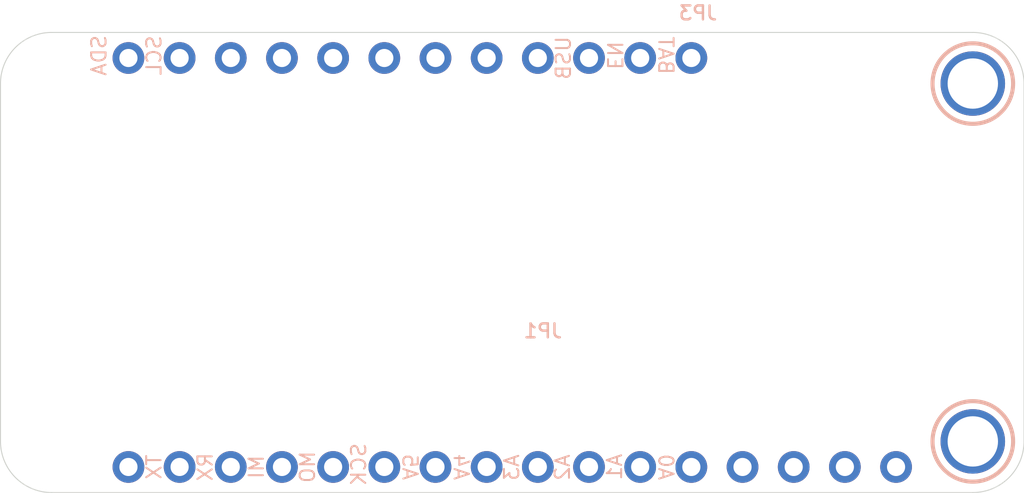
<source format=kicad_pcb>
(kicad_pcb (version 20240108) (generator "pcbnew") (generator_version "8.0")
  (layers (0 "F.Cu" signal) (31 "B.Cu" signal) (34 "B.Paste" user) (35 "F.Paste" user) (36 "B.SilkS" user "B.Silkscreen") (37 "F.SilkS" user "F.Silkscreen") (38 "B.Mask" user) (39 "F.Mask" user) (44 "Edge.Cuts" user))
  (net 0 "")
  (net 1 "GND")
  (net 2 "VBUS")
  (net 3 "VBAT")
  (net 4 "3.3V")
  (net 5 "RESET")
  (net 6 "EN")
  (net 7 "MOSI")
  (net 8 "SDA")
  (net 9 "SCL")
  (net 10 "MISO")
  (net 11 "SCK")
  (net 12 "A0")
  (net 13 "A1")
  (net 14 "TXD0")
  (net 15 "D6")
  (net 16 "D9")
  (net 17 "D10")
  (net 18 "D11")
  (net 19 "D12")
  (net 20 "D13")
  (net 21 "D5")
  (net 22 "RX")
  (net 23 "TX")
  (net 24 "A2")
  (net 25 "A3")
  (net 26 "A4")
  (net 27 "A5")
  (footprint "" (layer "F.Cu") (at 125.6411 95.4786)
    (property "Reference" "@HOLE1" (hide yes))
    (property "Value" "")
    (pad "" np_thru_hole circle (at 0 0) (size 2.2 2.2) (drill 2.2) (layers "*.Cu" "*.Mask"))
  )
  (footprint "" (layer "F.Cu") (at 125.6411 114.5921)
    (property "Reference" "@HOLE0" (hide yes))
    (property "Value" "")
    (pad "" np_thru_hole circle (at 0 0) (size 2.2 2.2) (drill 2.2) (layers "*.Cu" "*.Mask"))
  )
  (footprint "1X16_ROUND_MIN" (layer "B.Cu") (at 148.5011 115.1636)
    (property "Reference" "JP1" (at 0.4989 -7.1636 0) (layer "B.SilkS") (effects (font (size 0.692831 0.692831) (thickness 0.119969)) (justify right top mirror)))
    (property "Value" "" (hide yes))
    (pad "1" thru_hole circle (at -19.05 0 270) (size 1.5748 1.5748) (drill 0.9) (layers "*.Cu" "*.Mask") (net 14 "TXD0"))
    (pad "2" thru_hole circle (at -16.51 0 270) (size 1.5748 1.5748) (drill 0.9) (layers "*.Cu" "*.Mask") (net 23 "TX"))
    (pad "3" thru_hole circle (at -13.97 0 270) (size 1.5748 1.5748) (drill 0.9) (layers "*.Cu" "*.Mask") (net 22 "RX"))
    (pad "4" thru_hole circle (at -11.43 0 270) (size 1.5748 1.5748) (drill 0.9) (layers "*.Cu" "*.Mask") (net 10 "MISO"))
    (pad "5" thru_hole circle (at -8.89 0 270) (size 1.5748 1.5748) (drill 0.9) (layers "*.Cu" "*.Mask") (net 7 "MOSI"))
    (pad "6" thru_hole circle (at -6.35 0 270) (size 1.5748 1.5748) (drill 0.9) (layers "*.Cu" "*.Mask") (net 11 "SCK"))
    (pad "7" thru_hole circle (at -3.81 0 270) (size 1.5748 1.5748) (drill 0.9) (layers "*.Cu" "*.Mask") (net 27 "A5"))
    (pad "8" thru_hole circle (at -1.27 0 270) (size 1.5748 1.5748) (drill 0.9) (layers "*.Cu" "*.Mask") (net 26 "A4"))
    (pad "9" thru_hole circle (at 1.27 0 270) (size 1.5748 1.5748) (drill 0.9) (layers "*.Cu" "*.Mask") (net 25 "A3"))
    (pad "10" thru_hole circle (at 3.81 0 270) (size 1.5748 1.5748) (drill 0.9) (layers "*.Cu" "*.Mask") (net 24 "A2"))
    (pad "11" thru_hole circle (at 6.35 0 270) (size 1.5748 1.5748) (drill 0.9) (layers "*.Cu" "*.Mask") (net 13 "A1"))
    (pad "12" thru_hole circle (at 8.89 0 270) (size 1.5748 1.5748) (drill 0.9) (layers "*.Cu" "*.Mask") (net 12 "A0"))
    (pad "13" thru_hole circle (at 11.43 0 270) (size 1.5748 1.5748) (drill 0.9) (layers "*.Cu" "*.Mask") (net 1 "GND"))
    (pad "14" thru_hole circle (at 13.97 0 270) (size 1.5748 1.5748) (drill 0.9) (layers "*.Cu" "*.Mask") (net 4 "3.3V"))
    (pad "15" thru_hole circle (at 16.51 0 270) (size 1.5748 1.5748) (drill 0.9) (layers "*.Cu" "*.Mask") (net 4 "3.3V"))
    (pad "16" thru_hole circle (at 19.05 0 270) (size 1.5748 1.5748) (drill 0.9) (layers "*.Cu" "*.Mask") (net 5 "RESET"))
  )
  (footprint "MOUNTINGHOLE_2.5_PLATED" (layer "B.Cu") (at 171.3611 96.1136 -90)
    (property "Reference" "U$31" (hide yes))
    (property "Value" "MOUNTINGHOLE2.5" (hide yes))
    (fp_circle (center 0 0) (end 2 0) (stroke (width 0.2032)) (fill none) (layer "B.SilkS"))
    (pad "P$1" thru_hole circle (at 0 0 270) (size 3.2 3.2) (drill 2.5) (layers "*.Cu" "*.Mask"))
  )
  (footprint "1X12_ROUND_MIN" (layer "B.Cu") (at 143.4211 94.8436 180)
    (property "Reference" "JP3" (at -15.3162 1.8288 -0) (layer "B.SilkS") (effects (font (size 0.692831 0.692831) (thickness 0.119969)) (justify left bottom mirror)))
    (property "Value" "" (hide yes))
    (pad "1" thru_hole circle (at -13.97 0 90) (size 1.5748 1.5748) (drill 0.9) (layers "*.Cu" "*.Mask") (net 3 "VBAT"))
    (pad "2" thru_hole circle (at -11.43 0 90) (size 1.5748 1.5748) (drill 0.9) (layers "*.Cu" "*.Mask") (net 6 "EN"))
    (pad "3" thru_hole circle (at -8.89 0 90) (size 1.5748 1.5748) (drill 0.9) (layers "*.Cu" "*.Mask") (net 2 "VBUS"))
    (pad "4" thru_hole circle (at -6.35 0 90) (size 1.5748 1.5748) (drill 0.9) (layers "*.Cu" "*.Mask") (net 20 "D13"))
    (pad "5" thru_hole circle (at -3.81 0 90) (size 1.5748 1.5748) (drill 0.9) (layers "*.Cu" "*.Mask") (net 19 "D12"))
    (pad "6" thru_hole circle (at -1.27 0 90) (size 1.5748 1.5748) (drill 0.9) (layers "*.Cu" "*.Mask") (net 18 "D11"))
    (pad "7" thru_hole circle (at 1.27 0 90) (size 1.5748 1.5748) (drill 0.9) (layers "*.Cu" "*.Mask") (net 17 "D10"))
    (pad "8" thru_hole circle (at 3.81 0 90) (size 1.5748 1.5748) (drill 0.9) (layers "*.Cu" "*.Mask") (net 16 "D9"))
    (pad "9" thru_hole circle (at 6.35 0 90) (size 1.5748 1.5748) (drill 0.9) (layers "*.Cu" "*.Mask") (net 15 "D6"))
    (pad "10" thru_hole circle (at 8.89 0 90) (size 1.5748 1.5748) (drill 0.9) (layers "*.Cu" "*.Mask") (net 21 "D5"))
    (pad "11" thru_hole circle (at 11.43 0 90) (size 1.5748 1.5748) (drill 0.9) (layers "*.Cu" "*.Mask") (net 9 "SCL"))
    (pad "12" thru_hole circle (at 13.97 0 90) (size 1.5748 1.5748) (drill 0.9) (layers "*.Cu" "*.Mask") (net 8 "SDA"))
  )
  (footprint "MOUNTINGHOLE_2.5_PLATED" (layer "B.Cu") (at 171.3611 113.8936 -90)
    (property "Reference" "U$32" (hide yes))
    (property "Value" "MOUNTINGHOLE2.5" (hide yes))
    (fp_circle (center 0 0) (end 2 0) (stroke (width 0.2032)) (fill none) (layer "B.SilkS"))
    (pad "P$1" thru_hole circle (at 0 0 270) (size 3.2 3.2) (drill 2.5) (layers "*.Cu" "*.Mask"))
  )
  (gr_arc (start 123.1011 96.1136) (mid 123.845049 94.317549) (end 125.6411 93.5736) (stroke (width 0.05)) (layer "Edge.Cuts"))
  (gr_line (start 125.6411 93.5736) (end 171.3611 93.5736) (stroke (width 0.05)) (layer "Edge.Cuts"))
  (gr_arc (start 171.3611 93.5736) (mid 173.157151 94.317549) (end 173.9011 96.1136) (stroke (width 0.05)) (layer "Edge.Cuts"))
  (gr_line (start 123.1011 113.8936) (end 123.1011 96.1136) (stroke (width 0.05)) (layer "Edge.Cuts"))
  (gr_line (start 173.9011 96.1136) (end 173.9011 113.8936) (stroke (width 0.05)) (layer "Edge.Cuts"))
  (gr_arc (start 173.9011 113.8936) (mid 173.157151 115.689651) (end 171.3611 116.4336) (stroke (width 0.05)) (layer "Edge.Cuts"))
  (gr_line (start 171.3611 116.4336) (end 125.6411 116.4336) (stroke (width 0.05)) (layer "Edge.Cuts"))
  (gr_arc (start 125.6411 116.4336) (mid 123.845049 115.689651) (end 123.1011 113.8936) (stroke (width 0.05)) (layer "Edge.Cuts"))
  (gr_text "SCK" (at 140.8811 115.0366 90) (layer "B.SilkS") (effects (font (size 0.715264 0.715264) (thickness 0.097536)) (justify mirror)))
  (gr_text "TX" (at 130.7211 115.1636 90) (layer "B.SilkS") (effects (font (size 0.715264 0.715264) (thickness 0.097536)) (justify mirror)))
  (gr_text "A5" (at 143.4211 115.1636 270) (layer "B.SilkS") (effects (font (size 0.715264 0.715264) (thickness 0.097536)) (justify mirror)))
  (gr_text "A2" (at 150.9903 115.189 90) (layer "B.SilkS") (effects (font (size 0.715264 0.715264) (thickness 0.097536)) (justify mirror)))
  (gr_text "MO" (at 138.3411 115.1636 90) (layer "B.SilkS") (effects (font (size 0.715264 0.715264) (thickness 0.097536)) (justify mirror)))
  (gr_text "USB" (at 151.0411 94.8436 90) (layer "B.SilkS") (effects (font (size 0.715264 0.715264) (thickness 0.097536)) (justify mirror)))
  (gr_text "A0" (at 156.1211 115.1636 270) (layer "B.SilkS") (effects (font (size 0.715264 0.715264) (thickness 0.097536)) (justify mirror)))
  (gr_text "A4" (at 145.9611 115.1636 270) (layer "B.SilkS") (effects (font (size 0.715264 0.715264) (thickness 0.097536)) (justify mirror)))
  (gr_text "BAT" (at 156.1211 94.7166 270) (layer "B.SilkS") (effects (font (size 0.715264 0.715264) (thickness 0.097536)) (justify mirror)))
  (gr_text "SDA" (at 127.9906 94.7166 90) (layer "B.SilkS") (effects (font (size 0.715264 0.715264) (thickness 0.097536)) (justify mirror)))
  (gr_text "MI" (at 135.8011 115.1636 90) (layer "B.SilkS") (effects (font (size 0.715264 0.715264) (thickness 0.097536)) (justify mirror)))
  (gr_text "RX" (at 133.2611 115.1636 90) (layer "B.SilkS") (effects (font (size 0.715264 0.715264) (thickness 0.097536)) (justify mirror)))
  (gr_text "SCL" (at 130.7211 94.7166 90) (layer "B.SilkS") (effects (font (size 0.715264 0.715264) (thickness 0.097536)) (justify mirror)))
  (gr_text "A1" (at 153.5811 115.1636 90) (layer "B.SilkS") (effects (font (size 0.715264 0.715264) (thickness 0.097536)) (justify mirror)))
  (gr_text "EN" (at 153.5811 94.7166 270) (layer "B.SilkS") (effects (font (size 0.715264 0.715264) (thickness 0.097536)) (justify mirror)))
  (gr_text "A3" (at 148.4757 115.189 90) (layer "B.SilkS") (effects (font (size 0.715264 0.715264) (thickness 0.097536)) (justify mirror)))
  (segment (start 129.4511 115.1636) (end 129.7686 115.1636) (width 0.2032) (layer "B.Cu") (net 14))
)
</source>
